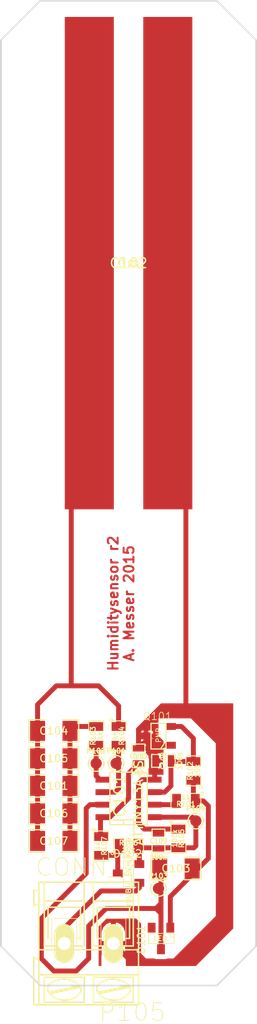
<source format=kicad_pcb>
(kicad_pcb (version 3) (host pcbnew "(22-Jun-2014 BZR 4027)-stable")

  (general
    (links 43)
    (no_connects 0)
    (area 31.58131 24.924999 90.33869 116.75745)
    (thickness 1.6)
    (drawings 18)
    (tracks 128)
    (zones 0)
    (modules 26)
    (nets 14)
  )

  (page A4)
  (layers
    (15 F.Cu signal)
    (0 B.Cu signal)
    (16 B.Adhes user)
    (17 F.Adhes user)
    (18 B.Paste user)
    (19 F.Paste user)
    (20 B.SilkS user)
    (21 F.SilkS user)
    (22 B.Mask user)
    (23 F.Mask user)
    (24 Dwgs.User user)
    (25 Cmts.User user)
    (26 Eco1.User user)
    (27 Eco2.User user)
    (28 Edge.Cuts user)
  )

  (setup
    (last_trace_width 0.5)
    (user_trace_width 0.5)
    (user_trace_width 0.7)
    (trace_clearance 0.254)
    (zone_clearance 0.5)
    (zone_45_only no)
    (trace_min 0.254)
    (segment_width 0.2)
    (edge_width 0.15)
    (via_size 0.889)
    (via_drill 0.635)
    (via_min_size 0.889)
    (via_min_drill 0.508)
    (uvia_size 0.508)
    (uvia_drill 0.127)
    (uvias_allowed no)
    (uvia_min_size 0.508)
    (uvia_min_drill 0.127)
    (pcb_text_width 0.3)
    (pcb_text_size 1 1)
    (mod_edge_width 0.15)
    (mod_text_size 1 1)
    (mod_text_width 0.15)
    (pad_size 1.143 1.143)
    (pad_drill 0)
    (pad_to_mask_clearance 0)
    (aux_axis_origin 0 0)
    (visible_elements FFFFFF8F)
    (pcbplotparams
      (layerselection 2097152)
      (usegerberextensions false)
      (excludeedgelayer false)
      (linewidth 0.020000)
      (plotframeref false)
      (viasonmask false)
      (mode 1)
      (useauxorigin false)
      (hpglpennumber 1)
      (hpglpenspeed 20)
      (hpglpendiameter 15)
      (hpglpenoverlay 2)
      (psnegative false)
      (psa4output false)
      (plotreference true)
      (plotvalue false)
      (plotothertext true)
      (plotinvisibletext false)
      (padsonsilk false)
      (subtractmaskfromsilk false)
      (outputformat 5)
      (mirror false)
      (drillshape 1)
      (scaleselection 1)
      (outputdirectory ""))
  )

  (net 0 "")
  (net 1 GND)
  (net 2 N-000001)
  (net 3 N-0000010)
  (net 4 N-0000011)
  (net 5 N-0000012)
  (net 6 N-0000013)
  (net 7 N-0000014)
  (net 8 N-000002)
  (net 9 N-000003)
  (net 10 N-000006)
  (net 11 N-000007)
  (net 12 N-000008)
  (net 13 VCC)

  (net_class Default "Dies ist die voreingestellte Netzklasse."
    (clearance 0.254)
    (trace_width 0.254)
    (via_dia 0.889)
    (via_drill 0.635)
    (uvia_dia 0.508)
    (uvia_drill 0.127)
    (add_net "")
    (add_net GND)
    (add_net N-000001)
    (add_net N-0000010)
    (add_net N-0000011)
    (add_net N-0000012)
    (add_net N-0000013)
    (add_net N-0000014)
    (add_net N-000002)
    (add_net N-000003)
    (add_net N-000006)
    (add_net N-000007)
    (add_net N-000008)
    (add_net VCC)
  )

  (module PINTST (layer F.Cu) (tedit 555726E6) (tstamp 55327FC9)
    (at 57.658 92.964)
    (descr "module 1 pin (ou trou mecanique de percage)")
    (tags DEV)
    (path /55426186)
    (fp_text reference P102 (at 0 -1.26746) (layer F.SilkS)
      (effects (font (size 0.508 0.508) (thickness 0.127)))
    )
    (fp_text value TST (at 0 1.27) (layer F.SilkS) hide
      (effects (font (size 0.508 0.508) (thickness 0.127)))
    )
    (fp_circle (center 0 0) (end -0.254 -0.762) (layer F.SilkS) (width 0.127))
    (pad 1 smd circle (at 0 0) (size 1.143 1.143)
      (layers F.Cu F.Paste F.Mask)
      (net 3 N-0000010)
    )
    (model pin_array/pin_array_1x1.wrl
      (at (xyz 0 0 0))
      (scale (xyz 1 1 1))
      (rotate (xyz 0 0 0))
    )
  )

  (module PINTST (layer F.Cu) (tedit 555726EE) (tstamp 55327FC0)
    (at 59.69 92.964)
    (descr "module 1 pin (ou trou mecanique de percage)")
    (tags DEV)
    (path /554261A0)
    (fp_text reference P101 (at 0 -1.26746) (layer F.SilkS)
      (effects (font (size 0.508 0.508) (thickness 0.127)))
    )
    (fp_text value TST (at 0 1.27) (layer F.SilkS) hide
      (effects (font (size 0.508 0.508) (thickness 0.127)))
    )
    (fp_circle (center 0 0) (end -0.254 -0.762) (layer F.SilkS) (width 0.127))
    (pad 1 smd circle (at 0 0) (size 1.143 1.143)
      (layers F.Cu F.Paste F.Mask)
      (net 4 N-0000011)
    )
    (model pin_array/pin_array_1x1.wrl
      (at (xyz 0 0 0))
      (scale (xyz 1 1 1))
      (rotate (xyz 0 0 0))
    )
  )

  (module SOT23_INV (layer F.Cu) (tedit 4ECF7A14) (tstamp 55425FAC)
    (at 64.008 90.17 90)
    (descr "SOT_23  PADS 1-2 inverted")
    (tags SOT23)
    (path /554258F0)
    (attr smd)
    (fp_text reference Q101 (at 1.99898 -0.09906 180) (layer F.SilkS)
      (effects (font (size 0.762 0.762) (thickness 0.0762)))
    )
    (fp_text value PNP (at 0.0635 0 90) (layer F.SilkS)
      (effects (font (size 0.50038 0.50038) (thickness 0.0762)))
    )
    (fp_line (start -0.508 0.762) (end -1.27 0.254) (layer F.SilkS) (width 0.127))
    (fp_line (start 1.27 0.762) (end -1.3335 0.762) (layer F.SilkS) (width 0.127))
    (fp_line (start -1.3335 0.762) (end -1.3335 -0.762) (layer F.SilkS) (width 0.127))
    (fp_line (start -1.3335 -0.762) (end 1.27 -0.762) (layer F.SilkS) (width 0.127))
    (fp_line (start 1.27 -0.762) (end 1.27 0.762) (layer F.SilkS) (width 0.127))
    (pad 3 smd rect (at 0 -1.27 90) (size 0.70104 1.00076)
      (layers F.Cu F.Paste F.Mask)
      (net 1 GND)
    )
    (pad 1 smd rect (at 0.9525 1.27 90) (size 0.70104 1.00076)
      (layers F.Cu F.Paste F.Mask)
      (net 9 N-000003)
    )
    (pad 2 smd rect (at -0.9525 1.27 90) (size 0.70104 1.00076)
      (layers F.Cu F.Paste F.Mask)
      (net 1 GND)
    )
    (model smd/SOT23_6.wrl
      (at (xyz 0 0 0))
      (scale (xyz 0.11 0.11 0.11))
      (rotate (xyz 0 0 -180))
    )
  )

  (module SOT23-SPECIAL (layer F.Cu) (tedit 5051A6A7) (tstamp 5557215D)
    (at 64.262 110.744 180)
    (descr "SZOT23 with PIN 2 and 3 swapped, for Diodes")
    (tags SOT23)
    (path /55425767)
    (attr smd)
    (fp_text reference D101 (at 1.99898 -0.09906 270) (layer F.SilkS)
      (effects (font (size 0.762 0.762) (thickness 0.11938)))
    )
    (fp_text value LED (at 0.0635 0 180) (layer F.SilkS)
      (effects (font (size 0.50038 0.50038) (thickness 0.09906)))
    )
    (fp_circle (center -1.12522 0.29972) (end -1.12522 0.50038) (layer F.SilkS) (width 0.07874))
    (fp_line (start 1.27 -0.508) (end 1.27 0.508) (layer F.SilkS) (width 0.07874))
    (fp_line (start -1.3335 -0.508) (end -1.3335 0.508) (layer F.SilkS) (width 0.07874))
    (fp_line (start 1.27 0.508) (end -1.3335 0.508) (layer F.SilkS) (width 0.07874))
    (fp_line (start -1.3335 -0.508) (end 1.27 -0.508) (layer F.SilkS) (width 0.07874))
    (pad 2 smd rect (at 0 -1.09982 180) (size 0.8001 1.00076)
      (layers F.Cu F.Paste F.Mask)
      (net 5 N-0000012)
    )
    (pad 3 smd rect (at 0.9525 1.09982 180) (size 0.8001 1.00076)
      (layers F.Cu F.Paste F.Mask)
    )
    (pad 1 smd rect (at -0.9525 1.09982 180) (size 0.8001 1.00076)
      (layers F.Cu F.Paste F.Mask)
      (net 2 N-000001)
    )
    (model smd\SOT23_3.wrl
      (at (xyz 0 0 0))
      (scale (xyz 0.4 0.4 0.4))
      (rotate (xyz 0 0 180))
    )
  )

  (module SOT23-SPECIAL (layer F.Cu) (tedit 5051A6A7) (tstamp 55425FC4)
    (at 60.96 104.14 90)
    (descr "SZOT23 with PIN 2 and 3 swapped, for Diodes")
    (tags SOT23)
    (path /55424D2A)
    (attr smd)
    (fp_text reference D102 (at 1.99898 -0.09906 180) (layer F.SilkS)
      (effects (font (size 0.762 0.762) (thickness 0.11938)))
    )
    (fp_text value DOUBLE_SCH_KCOM (at 0.0635 0 90) (layer F.SilkS)
      (effects (font (size 0.50038 0.50038) (thickness 0.09906)))
    )
    (fp_circle (center -1.12522 0.29972) (end -1.12522 0.50038) (layer F.SilkS) (width 0.07874))
    (fp_line (start 1.27 -0.508) (end 1.27 0.508) (layer F.SilkS) (width 0.07874))
    (fp_line (start -1.3335 -0.508) (end -1.3335 0.508) (layer F.SilkS) (width 0.07874))
    (fp_line (start 1.27 0.508) (end -1.3335 0.508) (layer F.SilkS) (width 0.07874))
    (fp_line (start -1.3335 -0.508) (end 1.27 -0.508) (layer F.SilkS) (width 0.07874))
    (pad 2 smd rect (at 0 -1.09982 90) (size 0.8001 1.00076)
      (layers F.Cu F.Paste F.Mask)
      (net 13 VCC)
    )
    (pad 3 smd rect (at 0.9525 1.09982 90) (size 0.8001 1.00076)
      (layers F.Cu F.Paste F.Mask)
      (net 11 N-000007)
    )
    (pad 1 smd rect (at -0.9525 1.09982 90) (size 0.8001 1.00076)
      (layers F.Cu F.Paste F.Mask)
      (net 10 N-000006)
    )
    (model smd\SOT23_3.wrl
      (at (xyz 0 0 0))
      (scale (xyz 0.4 0.4 0.4))
      (rotate (xyz 0 0 180))
    )
  )

  (module SO8E (layer F.Cu) (tedit 4F33A5C7) (tstamp 55425FD8)
    (at 60.96 96.52 90)
    (descr "module CMS SOJ 8 pins etroit")
    (tags "CMS SOJ")
    (path /5541189A)
    (attr smd)
    (fp_text reference IC101 (at 0 -0.889 90) (layer F.SilkS)
      (effects (font (size 1.143 1.143) (thickness 0.1524)))
    )
    (fp_text value ATTINY13A-SS (at 0 1.016 90) (layer F.SilkS)
      (effects (font (size 0.889 0.889) (thickness 0.1524)))
    )
    (fp_line (start -2.667 1.778) (end -2.667 1.905) (layer F.SilkS) (width 0.127))
    (fp_line (start -2.667 1.905) (end 2.667 1.905) (layer F.SilkS) (width 0.127))
    (fp_line (start 2.667 -1.905) (end -2.667 -1.905) (layer F.SilkS) (width 0.127))
    (fp_line (start -2.667 -1.905) (end -2.667 1.778) (layer F.SilkS) (width 0.127))
    (fp_line (start -2.667 -0.508) (end -2.159 -0.508) (layer F.SilkS) (width 0.127))
    (fp_line (start -2.159 -0.508) (end -2.159 0.508) (layer F.SilkS) (width 0.127))
    (fp_line (start -2.159 0.508) (end -2.667 0.508) (layer F.SilkS) (width 0.127))
    (fp_line (start 2.667 -1.905) (end 2.667 1.905) (layer F.SilkS) (width 0.127))
    (pad 8 smd rect (at -1.905 -2.667 90) (size 0.59944 1.39954)
      (layers F.Cu F.Paste F.Mask)
      (net 12 N-000008)
    )
    (pad 1 smd rect (at -1.905 2.667 90) (size 0.59944 1.39954)
      (layers F.Cu F.Paste F.Mask)
      (net 11 N-000007)
    )
    (pad 7 smd rect (at -0.635 -2.667 90) (size 0.59944 1.39954)
      (layers F.Cu F.Paste F.Mask)
      (net 5 N-0000012)
    )
    (pad 6 smd rect (at 0.635 -2.667 90) (size 0.59944 1.39954)
      (layers F.Cu F.Paste F.Mask)
      (net 4 N-0000011)
    )
    (pad 5 smd rect (at 1.905 -2.667 90) (size 0.59944 1.39954)
      (layers F.Cu F.Paste F.Mask)
      (net 3 N-0000010)
    )
    (pad 2 smd rect (at -0.635 2.667 90) (size 0.59944 1.39954)
      (layers F.Cu F.Paste F.Mask)
      (net 8 N-000002)
    )
    (pad 3 smd rect (at 0.635 2.667 90) (size 0.59944 1.39954)
      (layers F.Cu F.Paste F.Mask)
      (net 9 N-000003)
    )
    (pad 4 smd rect (at 1.905 2.667 90) (size 0.59944 1.39954)
      (layers F.Cu F.Paste F.Mask)
      (net 1 GND)
    )
    (model smd/cms_so8.wrl
      (at (xyz 0 0 0))
      (scale (xyz 0.5 0.32 0.5))
      (rotate (xyz 0 0 0))
    )
  )

  (module SM1206 (layer F.Cu) (tedit 42806E24) (tstamp 55571BC2)
    (at 65.786 103.632 180)
    (path /55425EEB)
    (attr smd)
    (fp_text reference C103 (at 0 0 180) (layer F.SilkS)
      (effects (font (size 0.762 0.762) (thickness 0.127)))
    )
    (fp_text value "2n2 NP0" (at 0 0 180) (layer F.SilkS) hide
      (effects (font (size 0.762 0.762) (thickness 0.127)))
    )
    (fp_line (start -2.54 -1.143) (end -2.54 1.143) (layer F.SilkS) (width 0.127))
    (fp_line (start -2.54 1.143) (end -0.889 1.143) (layer F.SilkS) (width 0.127))
    (fp_line (start 0.889 -1.143) (end 2.54 -1.143) (layer F.SilkS) (width 0.127))
    (fp_line (start 2.54 -1.143) (end 2.54 1.143) (layer F.SilkS) (width 0.127))
    (fp_line (start 2.54 1.143) (end 0.889 1.143) (layer F.SilkS) (width 0.127))
    (fp_line (start -0.889 -1.143) (end -2.54 -1.143) (layer F.SilkS) (width 0.127))
    (pad 1 smd rect (at -1.651 0 180) (size 1.524 2.032)
      (layers F.Cu F.Paste F.Mask)
      (net 2 N-000001)
    )
    (pad 2 smd rect (at 1.651 0 180) (size 1.524 2.032)
      (layers F.Cu F.Paste F.Mask)
      (net 5 N-0000012)
    )
    (model smd/chip_cms.wrl
      (at (xyz 0 0 0))
      (scale (xyz 0.17 0.16 0.16))
      (rotate (xyz 0 0 0))
    )
  )

  (module SM1206 (layer F.Cu) (tedit 42806E24) (tstamp 55425FF0)
    (at 53.34 100.838)
    (path /554118FB)
    (attr smd)
    (fp_text reference C107 (at 0 0) (layer F.SilkS)
      (effects (font (size 0.762 0.762) (thickness 0.127)))
    )
    (fp_text value "2n2 NP0" (at 0 0) (layer F.SilkS) hide
      (effects (font (size 0.762 0.762) (thickness 0.127)))
    )
    (fp_line (start -2.54 -1.143) (end -2.54 1.143) (layer F.SilkS) (width 0.127))
    (fp_line (start -2.54 1.143) (end -0.889 1.143) (layer F.SilkS) (width 0.127))
    (fp_line (start 0.889 -1.143) (end 2.54 -1.143) (layer F.SilkS) (width 0.127))
    (fp_line (start 2.54 -1.143) (end 2.54 1.143) (layer F.SilkS) (width 0.127))
    (fp_line (start 2.54 1.143) (end 0.889 1.143) (layer F.SilkS) (width 0.127))
    (fp_line (start -0.889 -1.143) (end -2.54 -1.143) (layer F.SilkS) (width 0.127))
    (pad 1 smd rect (at -1.651 0) (size 1.524 2.032)
      (layers F.Cu F.Paste F.Mask)
      (net 7 N-0000014)
    )
    (pad 2 smd rect (at 1.651 0) (size 1.524 2.032)
      (layers F.Cu F.Paste F.Mask)
      (net 6 N-0000013)
    )
    (model smd/chip_cms.wrl
      (at (xyz 0 0 0))
      (scale (xyz 0.17 0.16 0.16))
      (rotate (xyz 0 0 0))
    )
  )

  (module SM1206 (layer F.Cu) (tedit 42806E24) (tstamp 55425FFC)
    (at 53.34 98.044)
    (path /55411A14)
    (attr smd)
    (fp_text reference C106 (at 0 0) (layer F.SilkS)
      (effects (font (size 0.762 0.762) (thickness 0.127)))
    )
    (fp_text value "2n2 NP0" (at 0 0) (layer F.SilkS) hide
      (effects (font (size 0.762 0.762) (thickness 0.127)))
    )
    (fp_line (start -2.54 -1.143) (end -2.54 1.143) (layer F.SilkS) (width 0.127))
    (fp_line (start -2.54 1.143) (end -0.889 1.143) (layer F.SilkS) (width 0.127))
    (fp_line (start 0.889 -1.143) (end 2.54 -1.143) (layer F.SilkS) (width 0.127))
    (fp_line (start 2.54 -1.143) (end 2.54 1.143) (layer F.SilkS) (width 0.127))
    (fp_line (start 2.54 1.143) (end 0.889 1.143) (layer F.SilkS) (width 0.127))
    (fp_line (start -0.889 -1.143) (end -2.54 -1.143) (layer F.SilkS) (width 0.127))
    (pad 1 smd rect (at -1.651 0) (size 1.524 2.032)
      (layers F.Cu F.Paste F.Mask)
      (net 7 N-0000014)
    )
    (pad 2 smd rect (at 1.651 0) (size 1.524 2.032)
      (layers F.Cu F.Paste F.Mask)
      (net 6 N-0000013)
    )
    (model smd/chip_cms.wrl
      (at (xyz 0 0 0))
      (scale (xyz 0.17 0.16 0.16))
      (rotate (xyz 0 0 0))
    )
  )

  (module SM1206 (layer F.Cu) (tedit 42806E24) (tstamp 55426008)
    (at 53.34 92.456)
    (path /55411A1A)
    (attr smd)
    (fp_text reference C105 (at 0 0) (layer F.SilkS)
      (effects (font (size 0.762 0.762) (thickness 0.127)))
    )
    (fp_text value "2n2 NP0" (at 0 0) (layer F.SilkS) hide
      (effects (font (size 0.762 0.762) (thickness 0.127)))
    )
    (fp_line (start -2.54 -1.143) (end -2.54 1.143) (layer F.SilkS) (width 0.127))
    (fp_line (start -2.54 1.143) (end -0.889 1.143) (layer F.SilkS) (width 0.127))
    (fp_line (start 0.889 -1.143) (end 2.54 -1.143) (layer F.SilkS) (width 0.127))
    (fp_line (start 2.54 -1.143) (end 2.54 1.143) (layer F.SilkS) (width 0.127))
    (fp_line (start 2.54 1.143) (end 0.889 1.143) (layer F.SilkS) (width 0.127))
    (fp_line (start -0.889 -1.143) (end -2.54 -1.143) (layer F.SilkS) (width 0.127))
    (pad 1 smd rect (at -1.651 0) (size 1.524 2.032)
      (layers F.Cu F.Paste F.Mask)
      (net 7 N-0000014)
    )
    (pad 2 smd rect (at 1.651 0) (size 1.524 2.032)
      (layers F.Cu F.Paste F.Mask)
      (net 6 N-0000013)
    )
    (model smd/chip_cms.wrl
      (at (xyz 0 0 0))
      (scale (xyz 0.17 0.16 0.16))
      (rotate (xyz 0 0 0))
    )
  )

  (module SM1206 (layer F.Cu) (tedit 42806E24) (tstamp 55426014)
    (at 53.34 89.662)
    (path /55411A20)
    (attr smd)
    (fp_text reference C104 (at 0 0) (layer F.SilkS)
      (effects (font (size 0.762 0.762) (thickness 0.127)))
    )
    (fp_text value "2n2 NP0" (at 0 0) (layer F.SilkS) hide
      (effects (font (size 0.762 0.762) (thickness 0.127)))
    )
    (fp_line (start -2.54 -1.143) (end -2.54 1.143) (layer F.SilkS) (width 0.127))
    (fp_line (start -2.54 1.143) (end -0.889 1.143) (layer F.SilkS) (width 0.127))
    (fp_line (start 0.889 -1.143) (end 2.54 -1.143) (layer F.SilkS) (width 0.127))
    (fp_line (start 2.54 -1.143) (end 2.54 1.143) (layer F.SilkS) (width 0.127))
    (fp_line (start 2.54 1.143) (end 0.889 1.143) (layer F.SilkS) (width 0.127))
    (fp_line (start -0.889 -1.143) (end -2.54 -1.143) (layer F.SilkS) (width 0.127))
    (pad 1 smd rect (at -1.651 0) (size 1.524 2.032)
      (layers F.Cu F.Paste F.Mask)
      (net 7 N-0000014)
    )
    (pad 2 smd rect (at 1.651 0) (size 1.524 2.032)
      (layers F.Cu F.Paste F.Mask)
      (net 6 N-0000013)
    )
    (model smd/chip_cms.wrl
      (at (xyz 0 0 0))
      (scale (xyz 0.17 0.16 0.16))
      (rotate (xyz 0 0 0))
    )
  )

  (module SM0805 (layer F.Cu) (tedit 5091495C) (tstamp 55426021)
    (at 60.96 101.346)
    (path /55411BC0)
    (attr smd)
    (fp_text reference R106 (at 0 -0.3175) (layer F.SilkS)
      (effects (font (size 0.50038 0.50038) (thickness 0.10922)))
    )
    (fp_text value 10k (at 0 0.381) (layer F.SilkS)
      (effects (font (size 0.50038 0.50038) (thickness 0.10922)))
    )
    (fp_circle (center -1.651 0.762) (end -1.651 0.635) (layer F.SilkS) (width 0.09906))
    (fp_line (start -0.508 0.762) (end -1.524 0.762) (layer F.SilkS) (width 0.09906))
    (fp_line (start -1.524 0.762) (end -1.524 -0.762) (layer F.SilkS) (width 0.09906))
    (fp_line (start -1.524 -0.762) (end -0.508 -0.762) (layer F.SilkS) (width 0.09906))
    (fp_line (start 0.508 -0.762) (end 1.524 -0.762) (layer F.SilkS) (width 0.09906))
    (fp_line (start 1.524 -0.762) (end 1.524 0.762) (layer F.SilkS) (width 0.09906))
    (fp_line (start 1.524 0.762) (end 0.508 0.762) (layer F.SilkS) (width 0.09906))
    (pad 1 smd rect (at -0.9525 0) (size 0.889 1.397)
      (layers F.Cu F.Paste F.Mask)
      (net 13 VCC)
    )
    (pad 2 smd rect (at 0.9525 0) (size 0.889 1.397)
      (layers F.Cu F.Paste F.Mask)
      (net 11 N-000007)
    )
    (model smd/chip_cms.wrl
      (at (xyz 0 0 0))
      (scale (xyz 0.1 0.1 0.1))
      (rotate (xyz 0 0 0))
    )
  )

  (module SM0805 (layer F.Cu) (tedit 5091495C) (tstamp 5542602E)
    (at 67.564 93.726 90)
    (path /554258E8)
    (attr smd)
    (fp_text reference R102 (at 0 -0.3175 90) (layer F.SilkS)
      (effects (font (size 0.50038 0.50038) (thickness 0.10922)))
    )
    (fp_text value 10k (at 0 0.381 90) (layer F.SilkS)
      (effects (font (size 0.50038 0.50038) (thickness 0.10922)))
    )
    (fp_circle (center -1.651 0.762) (end -1.651 0.635) (layer F.SilkS) (width 0.09906))
    (fp_line (start -0.508 0.762) (end -1.524 0.762) (layer F.SilkS) (width 0.09906))
    (fp_line (start -1.524 0.762) (end -1.524 -0.762) (layer F.SilkS) (width 0.09906))
    (fp_line (start -1.524 -0.762) (end -0.508 -0.762) (layer F.SilkS) (width 0.09906))
    (fp_line (start 0.508 -0.762) (end 1.524 -0.762) (layer F.SilkS) (width 0.09906))
    (fp_line (start 1.524 -0.762) (end 1.524 0.762) (layer F.SilkS) (width 0.09906))
    (fp_line (start 1.524 0.762) (end 0.508 0.762) (layer F.SilkS) (width 0.09906))
    (pad 1 smd rect (at -0.9525 0 90) (size 0.889 1.397)
      (layers F.Cu F.Paste F.Mask)
      (net 2 N-000001)
    )
    (pad 2 smd rect (at 0.9525 0 90) (size 0.889 1.397)
      (layers F.Cu F.Paste F.Mask)
      (net 9 N-000003)
    )
    (model smd/chip_cms.wrl
      (at (xyz 0 0 0))
      (scale (xyz 0.1 0.1 0.1))
      (rotate (xyz 0 0 0))
    )
  )

  (module SM0805 (layer F.Cu) (tedit 5091495C) (tstamp 55571BB5)
    (at 66.802 96.774 180)
    (path /55425774)
    (attr smd)
    (fp_text reference R101 (at 0 -0.3175 180) (layer F.SilkS)
      (effects (font (size 0.50038 0.50038) (thickness 0.10922)))
    )
    (fp_text value 1k (at 0 0.381 180) (layer F.SilkS)
      (effects (font (size 0.50038 0.50038) (thickness 0.10922)))
    )
    (fp_circle (center -1.651 0.762) (end -1.651 0.635) (layer F.SilkS) (width 0.09906))
    (fp_line (start -0.508 0.762) (end -1.524 0.762) (layer F.SilkS) (width 0.09906))
    (fp_line (start -1.524 0.762) (end -1.524 -0.762) (layer F.SilkS) (width 0.09906))
    (fp_line (start -1.524 -0.762) (end -0.508 -0.762) (layer F.SilkS) (width 0.09906))
    (fp_line (start 0.508 -0.762) (end 1.524 -0.762) (layer F.SilkS) (width 0.09906))
    (fp_line (start 1.524 -0.762) (end 1.524 0.762) (layer F.SilkS) (width 0.09906))
    (fp_line (start 1.524 0.762) (end 0.508 0.762) (layer F.SilkS) (width 0.09906))
    (pad 1 smd rect (at -0.9525 0 180) (size 0.889 1.397)
      (layers F.Cu F.Paste F.Mask)
      (net 2 N-000001)
    )
    (pad 2 smd rect (at 0.9525 0 180) (size 0.889 1.397)
      (layers F.Cu F.Paste F.Mask)
      (net 8 N-000002)
    )
    (model smd/chip_cms.wrl
      (at (xyz 0 0 0))
      (scale (xyz 0.1 0.1 0.1))
      (rotate (xyz 0 0 0))
    )
  )

  (module SM0805 (layer F.Cu) (tedit 5091495C) (tstamp 55426048)
    (at 58.166 101.346 270)
    (path /554122CE)
    (attr smd)
    (fp_text reference R107 (at 0 -0.3175 270) (layer F.SilkS)
      (effects (font (size 0.50038 0.50038) (thickness 0.10922)))
    )
    (fp_text value 1k (at 0 0.381 270) (layer F.SilkS)
      (effects (font (size 0.50038 0.50038) (thickness 0.10922)))
    )
    (fp_circle (center -1.651 0.762) (end -1.651 0.635) (layer F.SilkS) (width 0.09906))
    (fp_line (start -0.508 0.762) (end -1.524 0.762) (layer F.SilkS) (width 0.09906))
    (fp_line (start -1.524 0.762) (end -1.524 -0.762) (layer F.SilkS) (width 0.09906))
    (fp_line (start -1.524 -0.762) (end -0.508 -0.762) (layer F.SilkS) (width 0.09906))
    (fp_line (start 0.508 -0.762) (end 1.524 -0.762) (layer F.SilkS) (width 0.09906))
    (fp_line (start 1.524 -0.762) (end 1.524 0.762) (layer F.SilkS) (width 0.09906))
    (fp_line (start 1.524 0.762) (end 0.508 0.762) (layer F.SilkS) (width 0.09906))
    (pad 1 smd rect (at -0.9525 0 270) (size 0.889 1.397)
      (layers F.Cu F.Paste F.Mask)
      (net 12 N-000008)
    )
    (pad 2 smd rect (at 0.9525 0 270) (size 0.889 1.397)
      (layers F.Cu F.Paste F.Mask)
      (net 13 VCC)
    )
    (model smd/chip_cms.wrl
      (at (xyz 0 0 0))
      (scale (xyz 0.1 0.1 0.1))
      (rotate (xyz 0 0 0))
    )
  )

  (module SM0805 (layer F.Cu) (tedit 5091495C) (tstamp 5557157D)
    (at 57.658 90.17 90)
    (path /55411930)
    (attr smd)
    (fp_text reference R103 (at 0 -0.3175 90) (layer F.SilkS)
      (effects (font (size 0.50038 0.50038) (thickness 0.10922)))
    )
    (fp_text value 1k (at 0 0.381 90) (layer F.SilkS)
      (effects (font (size 0.50038 0.50038) (thickness 0.10922)))
    )
    (fp_circle (center -1.651 0.762) (end -1.651 0.635) (layer F.SilkS) (width 0.09906))
    (fp_line (start -0.508 0.762) (end -1.524 0.762) (layer F.SilkS) (width 0.09906))
    (fp_line (start -1.524 0.762) (end -1.524 -0.762) (layer F.SilkS) (width 0.09906))
    (fp_line (start -1.524 -0.762) (end -0.508 -0.762) (layer F.SilkS) (width 0.09906))
    (fp_line (start 0.508 -0.762) (end 1.524 -0.762) (layer F.SilkS) (width 0.09906))
    (fp_line (start 1.524 -0.762) (end 1.524 0.762) (layer F.SilkS) (width 0.09906))
    (fp_line (start 1.524 0.762) (end 0.508 0.762) (layer F.SilkS) (width 0.09906))
    (pad 1 smd rect (at -0.9525 0 90) (size 0.889 1.397)
      (layers F.Cu F.Paste F.Mask)
      (net 3 N-0000010)
    )
    (pad 2 smd rect (at 0.9525 0 90) (size 0.889 1.397)
      (layers F.Cu F.Paste F.Mask)
      (net 6 N-0000013)
    )
    (model smd/chip_cms.wrl
      (at (xyz 0 0 0))
      (scale (xyz 0.1 0.1 0.1))
      (rotate (xyz 0 0 0))
    )
  )

  (module SM0805 (layer F.Cu) (tedit 5091495C) (tstamp 5557156F)
    (at 59.944 90.17 270)
    (path /5541191A)
    (attr smd)
    (fp_text reference R104 (at 0 -0.3175 270) (layer F.SilkS)
      (effects (font (size 0.50038 0.50038) (thickness 0.10922)))
    )
    (fp_text value 1k (at 0 0.381 270) (layer F.SilkS)
      (effects (font (size 0.50038 0.50038) (thickness 0.10922)))
    )
    (fp_circle (center -1.651 0.762) (end -1.651 0.635) (layer F.SilkS) (width 0.09906))
    (fp_line (start -0.508 0.762) (end -1.524 0.762) (layer F.SilkS) (width 0.09906))
    (fp_line (start -1.524 0.762) (end -1.524 -0.762) (layer F.SilkS) (width 0.09906))
    (fp_line (start -1.524 -0.762) (end -0.508 -0.762) (layer F.SilkS) (width 0.09906))
    (fp_line (start 0.508 -0.762) (end 1.524 -0.762) (layer F.SilkS) (width 0.09906))
    (fp_line (start 1.524 -0.762) (end 1.524 0.762) (layer F.SilkS) (width 0.09906))
    (fp_line (start 1.524 0.762) (end 0.508 0.762) (layer F.SilkS) (width 0.09906))
    (pad 1 smd rect (at -0.9525 0 270) (size 0.889 1.397)
      (layers F.Cu F.Paste F.Mask)
      (net 7 N-0000014)
    )
    (pad 2 smd rect (at 0.9525 0 270) (size 0.889 1.397)
      (layers F.Cu F.Paste F.Mask)
      (net 4 N-0000011)
    )
    (model smd/chip_cms.wrl
      (at (xyz 0 0 0))
      (scale (xyz 0.1 0.1 0.1))
      (rotate (xyz 0 0 0))
    )
  )

  (module SM0805 (layer F.Cu) (tedit 5091495C) (tstamp 5542606F)
    (at 66.04 100.584 270)
    (path /55411908)
    (attr smd)
    (fp_text reference R105 (at 0 -0.3175 270) (layer F.SilkS)
      (effects (font (size 0.50038 0.50038) (thickness 0.10922)))
    )
    (fp_text value 100k (at 0 0.381 270) (layer F.SilkS)
      (effects (font (size 0.50038 0.50038) (thickness 0.10922)))
    )
    (fp_circle (center -1.651 0.762) (end -1.651 0.635) (layer F.SilkS) (width 0.09906))
    (fp_line (start -0.508 0.762) (end -1.524 0.762) (layer F.SilkS) (width 0.09906))
    (fp_line (start -1.524 0.762) (end -1.524 -0.762) (layer F.SilkS) (width 0.09906))
    (fp_line (start -1.524 -0.762) (end -0.508 -0.762) (layer F.SilkS) (width 0.09906))
    (fp_line (start 0.508 -0.762) (end 1.524 -0.762) (layer F.SilkS) (width 0.09906))
    (fp_line (start 1.524 -0.762) (end 1.524 0.762) (layer F.SilkS) (width 0.09906))
    (fp_line (start 1.524 0.762) (end 0.508 0.762) (layer F.SilkS) (width 0.09906))
    (pad 1 smd rect (at -0.9525 0 270) (size 0.889 1.397)
      (layers F.Cu F.Paste F.Mask)
      (net 1 GND)
    )
    (pad 2 smd rect (at 0.9525 0 270) (size 0.889 1.397)
      (layers F.Cu F.Paste F.Mask)
      (net 11 N-000007)
    )
    (model smd/chip_cms.wrl
      (at (xyz 0 0 0))
      (scale (xyz 0.1 0.1 0.1))
      (rotate (xyz 0 0 0))
    )
  )

  (module SM0603_Capa (layer F.Cu) (tedit 5051B1EC) (tstamp 55426C3D)
    (at 64.008 100.838 90)
    (path /55424D64)
    (attr smd)
    (fp_text reference C109 (at 0 0 180) (layer F.SilkS)
      (effects (font (size 0.508 0.4572) (thickness 0.1143)))
    )
    (fp_text value 100n (at -1.651 0 180) (layer F.SilkS)
      (effects (font (size 0.508 0.4572) (thickness 0.1143)))
    )
    (fp_line (start 0.50038 0.65024) (end 1.19888 0.65024) (layer F.SilkS) (width 0.11938))
    (fp_line (start -0.50038 0.65024) (end -1.19888 0.65024) (layer F.SilkS) (width 0.11938))
    (fp_line (start 0.50038 -0.65024) (end 1.19888 -0.65024) (layer F.SilkS) (width 0.11938))
    (fp_line (start -1.19888 -0.65024) (end -0.50038 -0.65024) (layer F.SilkS) (width 0.11938))
    (fp_line (start 1.19888 -0.635) (end 1.19888 0.635) (layer F.SilkS) (width 0.11938))
    (fp_line (start -1.19888 0.635) (end -1.19888 -0.635) (layer F.SilkS) (width 0.11938))
    (pad 1 smd rect (at -0.762 0 90) (size 0.635 1.143)
      (layers F.Cu F.Paste F.Mask)
      (net 11 N-000007)
    )
    (pad 2 smd rect (at 0.762 0 90) (size 0.635 1.143)
      (layers F.Cu F.Paste F.Mask)
      (net 1 GND)
    )
    (model smd\capacitors\C0603.wrl
      (at (xyz 0 0 0.001))
      (scale (xyz 0.5 0.5 0.5))
      (rotate (xyz 0 0 0))
    )
  )

  (module SM0603_Capa (layer F.Cu) (tedit 5051B1EC) (tstamp 55426087)
    (at 64.516 92.71 180)
    (path /554258FD)
    (attr smd)
    (fp_text reference C108 (at 0 0 270) (layer F.SilkS)
      (effects (font (size 0.508 0.4572) (thickness 0.1143)))
    )
    (fp_text value 100n (at -1.651 0 270) (layer F.SilkS)
      (effects (font (size 0.508 0.4572) (thickness 0.1143)))
    )
    (fp_line (start 0.50038 0.65024) (end 1.19888 0.65024) (layer F.SilkS) (width 0.11938))
    (fp_line (start -0.50038 0.65024) (end -1.19888 0.65024) (layer F.SilkS) (width 0.11938))
    (fp_line (start 0.50038 -0.65024) (end 1.19888 -0.65024) (layer F.SilkS) (width 0.11938))
    (fp_line (start -1.19888 -0.65024) (end -0.50038 -0.65024) (layer F.SilkS) (width 0.11938))
    (fp_line (start 1.19888 -0.635) (end 1.19888 0.635) (layer F.SilkS) (width 0.11938))
    (fp_line (start -1.19888 0.635) (end -1.19888 -0.635) (layer F.SilkS) (width 0.11938))
    (pad 1 smd rect (at -0.762 0 180) (size 0.635 1.143)
      (layers F.Cu F.Paste F.Mask)
      (net 9 N-000003)
    )
    (pad 2 smd rect (at 0.762 0 180) (size 0.635 1.143)
      (layers F.Cu F.Paste F.Mask)
      (net 1 GND)
    )
    (model smd\capacitors\C0603.wrl
      (at (xyz 0 0 0.001))
      (scale (xyz 0.5 0.5 0.5))
      (rotate (xyz 0 0 0))
    )
  )

  (module SM0603_Capa (layer F.Cu) (tedit 5051B1EC) (tstamp 55426C4A)
    (at 61.976 92.202 90)
    (path /554118D7)
    (attr smd)
    (fp_text reference C110 (at 0 0 180) (layer F.SilkS)
      (effects (font (size 0.508 0.4572) (thickness 0.1143)))
    )
    (fp_text value 100n (at -1.651 0 180) (layer F.SilkS)
      (effects (font (size 0.508 0.4572) (thickness 0.1143)))
    )
    (fp_line (start 0.50038 0.65024) (end 1.19888 0.65024) (layer F.SilkS) (width 0.11938))
    (fp_line (start -0.50038 0.65024) (end -1.19888 0.65024) (layer F.SilkS) (width 0.11938))
    (fp_line (start 0.50038 -0.65024) (end 1.19888 -0.65024) (layer F.SilkS) (width 0.11938))
    (fp_line (start -1.19888 -0.65024) (end -0.50038 -0.65024) (layer F.SilkS) (width 0.11938))
    (fp_line (start 1.19888 -0.635) (end 1.19888 0.635) (layer F.SilkS) (width 0.11938))
    (fp_line (start -1.19888 0.635) (end -1.19888 -0.635) (layer F.SilkS) (width 0.11938))
    (pad 1 smd rect (at -0.762 0 90) (size 0.635 1.143)
      (layers F.Cu F.Paste F.Mask)
      (net 12 N-000008)
    )
    (pad 2 smd rect (at 0.762 0 90) (size 0.635 1.143)
      (layers F.Cu F.Paste F.Mask)
      (net 1 GND)
    )
    (model smd\capacitors\C0603.wrl
      (at (xyz 0 0 0.001))
      (scale (xyz 0.5 0.5 0.5))
      (rotate (xyz 0 0 0))
    )
  )

  (module capsensor_5x50 (layer F.Cu) (tedit 55327F19) (tstamp 55426550)
    (at 60.96 42.164)
    (path /55411982)
    (fp_text reference C102 (at 0 0) (layer F.SilkS)
      (effects (font (size 1 1) (thickness 0.15)))
    )
    (fp_text value Cm (at 0 0) (layer F.SilkS)
      (effects (font (size 1 1) (thickness 0.15)))
    )
    (pad 1 smd rect (at -4 0) (size 5 50)
      (layers F.Cu F.Paste F.Mask)
      (net 7 N-0000014)
    )
    (pad 2 smd rect (at 4 0) (size 5 50)
      (layers F.Cu F.Paste F.Mask)
      (net 1 GND)
    )
  )

  (module AK300-2 (layer F.Cu) (tedit 4C5EE07C) (tstamp 5557208B)
    (at 56.896 111.252 180)
    (descr CONNECTOR)
    (tags CONNECTOR)
    (path /55411FEB)
    (attr virtual)
    (fp_text reference P105 (at -4.445 -6.985 180) (layer F.SilkS)
      (effects (font (size 1.778 1.778) (thickness 0.0889)))
    )
    (fp_text value CONN_2 (at 0.254 7.747 180) (layer F.SilkS)
      (effects (font (size 1.778 1.778) (thickness 0.0889)))
    )
    (fp_line (start -3.7846 2.54) (end -1.2446 2.54) (layer F.SilkS) (width 0.06604))
    (fp_line (start -1.2446 2.54) (end -1.2446 -0.254) (layer F.SilkS) (width 0.06604))
    (fp_line (start -3.7846 -0.254) (end -1.2446 -0.254) (layer F.SilkS) (width 0.06604))
    (fp_line (start -3.7846 2.54) (end -3.7846 -0.254) (layer F.SilkS) (width 0.06604))
    (fp_line (start 1.2192 2.54) (end 3.7592 2.54) (layer F.SilkS) (width 0.06604))
    (fp_line (start 3.7592 2.54) (end 3.7592 -0.254) (layer F.SilkS) (width 0.06604))
    (fp_line (start 1.2192 -0.254) (end 3.7592 -0.254) (layer F.SilkS) (width 0.06604))
    (fp_line (start 1.2192 2.54) (end 1.2192 -0.254) (layer F.SilkS) (width 0.06604))
    (fp_line (start 5.08 -6.223) (end 5.08 -3.175) (layer F.SilkS) (width 0.1524))
    (fp_line (start 5.08 -6.223) (end -5.08 -6.223) (layer F.SilkS) (width 0.1524))
    (fp_line (start 5.08 -6.223) (end 5.588 -6.223) (layer F.SilkS) (width 0.1524))
    (fp_line (start 5.588 -6.223) (end 5.588 -1.397) (layer F.SilkS) (width 0.1524))
    (fp_line (start 5.588 -1.397) (end 5.08 -1.651) (layer F.SilkS) (width 0.1524))
    (fp_line (start 5.588 5.461) (end 5.08 5.207) (layer F.SilkS) (width 0.1524))
    (fp_line (start 5.08 5.207) (end 5.08 6.223) (layer F.SilkS) (width 0.1524))
    (fp_line (start 5.588 3.81) (end 5.08 4.064) (layer F.SilkS) (width 0.1524))
    (fp_line (start 5.08 4.064) (end 5.08 5.207) (layer F.SilkS) (width 0.1524))
    (fp_line (start 5.588 3.81) (end 5.588 5.461) (layer F.SilkS) (width 0.1524))
    (fp_line (start 0.4572 6.223) (end 0.4572 4.318) (layer F.SilkS) (width 0.1524))
    (fp_line (start 4.5212 -0.254) (end 4.5212 4.318) (layer F.SilkS) (width 0.1524))
    (fp_line (start 0.4572 6.223) (end 4.5212 6.223) (layer F.SilkS) (width 0.1524))
    (fp_line (start 4.5212 6.223) (end 5.08 6.223) (layer F.SilkS) (width 0.1524))
    (fp_line (start -0.4826 6.223) (end -0.4826 4.318) (layer F.SilkS) (width 0.1524))
    (fp_line (start -0.4826 6.223) (end 0.4572 6.223) (layer F.SilkS) (width 0.1524))
    (fp_line (start -4.5466 -0.254) (end -4.5466 4.318) (layer F.SilkS) (width 0.1524))
    (fp_line (start -5.08 6.223) (end -4.5466 6.223) (layer F.SilkS) (width 0.1524))
    (fp_line (start -4.5466 6.223) (end -0.4826 6.223) (layer F.SilkS) (width 0.1524))
    (fp_line (start 0.4572 4.318) (end 4.5212 4.318) (layer F.SilkS) (width 0.1524))
    (fp_line (start 0.4572 4.318) (end 0.4572 -0.254) (layer F.SilkS) (width 0.1524))
    (fp_line (start 4.5212 4.318) (end 4.5212 6.223) (layer F.SilkS) (width 0.1524))
    (fp_line (start -0.4826 4.318) (end -4.5466 4.318) (layer F.SilkS) (width 0.1524))
    (fp_line (start -0.4826 4.318) (end -0.4826 -0.254) (layer F.SilkS) (width 0.1524))
    (fp_line (start -4.5466 4.318) (end -4.5466 6.223) (layer F.SilkS) (width 0.1524))
    (fp_line (start 4.1402 3.683) (end 4.1402 0.508) (layer F.SilkS) (width 0.1524))
    (fp_line (start 4.1402 3.683) (end 0.8382 3.683) (layer F.SilkS) (width 0.1524))
    (fp_line (start 0.8382 3.683) (end 0.8382 0.508) (layer F.SilkS) (width 0.1524))
    (fp_line (start -0.8636 3.683) (end -0.8636 0.508) (layer F.SilkS) (width 0.1524))
    (fp_line (start -0.8636 3.683) (end -4.1656 3.683) (layer F.SilkS) (width 0.1524))
    (fp_line (start -4.1656 3.683) (end -4.1656 0.508) (layer F.SilkS) (width 0.1524))
    (fp_line (start -4.1656 0.508) (end -3.7846 0.508) (layer F.SilkS) (width 0.1524))
    (fp_line (start -0.8636 0.508) (end -1.2446 0.508) (layer F.SilkS) (width 0.1524))
    (fp_line (start 0.8382 0.508) (end 1.2192 0.508) (layer F.SilkS) (width 0.1524))
    (fp_line (start 4.1402 0.508) (end 3.7592 0.508) (layer F.SilkS) (width 0.1524))
    (fp_line (start -5.08 6.223) (end -5.08 -0.635) (layer F.SilkS) (width 0.1524))
    (fp_line (start -5.08 -0.635) (end -5.08 -3.175) (layer F.SilkS) (width 0.1524))
    (fp_line (start 5.08 -1.651) (end 5.08 -0.635) (layer F.SilkS) (width 0.1524))
    (fp_line (start 5.08 -0.635) (end 5.08 4.064) (layer F.SilkS) (width 0.1524))
    (fp_line (start -5.08 -3.175) (end 5.08 -3.175) (layer F.SilkS) (width 0.1524))
    (fp_line (start -5.08 -3.175) (end -5.08 -6.223) (layer F.SilkS) (width 0.1524))
    (fp_line (start 5.08 -3.175) (end 5.08 -1.651) (layer F.SilkS) (width 0.1524))
    (fp_line (start 0.4572 -3.429) (end 0.4572 -5.969) (layer F.SilkS) (width 0.1524))
    (fp_line (start 0.4572 -5.969) (end 4.5212 -5.969) (layer F.SilkS) (width 0.1524))
    (fp_line (start 4.5212 -5.969) (end 4.5212 -3.429) (layer F.SilkS) (width 0.1524))
    (fp_line (start 4.5212 -3.429) (end 0.4572 -3.429) (layer F.SilkS) (width 0.1524))
    (fp_line (start -0.4826 -3.429) (end -0.4826 -5.969) (layer F.SilkS) (width 0.1524))
    (fp_line (start -0.4826 -3.429) (end -4.5466 -3.429) (layer F.SilkS) (width 0.1524))
    (fp_line (start -4.5466 -3.429) (end -4.5466 -5.969) (layer F.SilkS) (width 0.1524))
    (fp_line (start -0.4826 -5.969) (end -4.5466 -5.969) (layer F.SilkS) (width 0.1524))
    (fp_line (start 0.8636 -4.445) (end 3.9116 -5.08) (layer F.SilkS) (width 0.1524))
    (fp_line (start 0.9906 -4.318) (end 4.0386 -4.953) (layer F.SilkS) (width 0.1524))
    (fp_line (start -4.1402 -4.445) (end -1.08966 -5.08) (layer F.SilkS) (width 0.1524))
    (fp_line (start -4.0132 -4.318) (end -0.9652 -4.953) (layer F.SilkS) (width 0.1524))
    (fp_line (start -4.5466 -0.254) (end -4.1656 -0.254) (layer F.SilkS) (width 0.1524))
    (fp_line (start -0.4826 -0.254) (end -0.8636 -0.254) (layer F.SilkS) (width 0.1524))
    (fp_line (start -0.8636 -0.254) (end -4.1656 -0.254) (layer F.SilkS) (width 0.1524))
    (fp_line (start -5.08 -0.635) (end -4.1656 -0.635) (layer F.SilkS) (width 0.1524))
    (fp_line (start -4.1656 -0.635) (end -0.8636 -0.635) (layer F.SilkS) (width 0.1524))
    (fp_line (start -0.8636 -0.635) (end 0.8382 -0.635) (layer F.SilkS) (width 0.1524))
    (fp_line (start 5.08 -0.635) (end 4.1402 -0.635) (layer F.SilkS) (width 0.1524))
    (fp_line (start 4.1402 -0.635) (end 0.8382 -0.635) (layer F.SilkS) (width 0.1524))
    (fp_line (start 4.5212 -0.254) (end 4.1402 -0.254) (layer F.SilkS) (width 0.1524))
    (fp_line (start 0.4572 -0.254) (end 0.8382 -0.254) (layer F.SilkS) (width 0.1524))
    (fp_line (start 0.8382 -0.254) (end 4.1402 -0.254) (layer F.SilkS) (width 0.1524))
    (fp_arc (start 3.5052 -4.59486) (end 4.01066 -5.05206) (angle 90.5) (layer F.SilkS) (width 0.1524))
    (fp_arc (start 2.54 -6.0706) (end 4.00304 -4.11734) (angle 75.5) (layer F.SilkS) (width 0.1524))
    (fp_arc (start 2.46126 -3.7084) (end 0.8636 -5.0038) (angle 100) (layer F.SilkS) (width 0.1524))
    (fp_arc (start 1.3462 -4.64566) (end 1.05664 -4.1275) (angle 104.2) (layer F.SilkS) (width 0.1524))
    (fp_arc (start -1.4986 -4.59486) (end -0.9906 -5.05206) (angle 90.5) (layer F.SilkS) (width 0.1524))
    (fp_arc (start -2.46126 -6.0706) (end -0.99822 -4.11734) (angle 75.5) (layer F.SilkS) (width 0.1524))
    (fp_arc (start -2.53746 -3.7084) (end -4.1402 -5.0038) (angle 100) (layer F.SilkS) (width 0.1524))
    (fp_arc (start -3.6576 -4.64566) (end -3.94462 -4.1275) (angle 104.2) (layer F.SilkS) (width 0.1524))
    (pad 1 thru_hole oval (at -2.5146 0 180) (size 1.9812 3.9624) (drill 1.3208)
      (layers *.Cu F.Paste F.SilkS F.Mask)
      (net 1 GND)
    )
    (pad 2 thru_hole oval (at 2.4892 0 180) (size 1.9812 3.9624) (drill 1.3208)
      (layers *.Cu F.Paste F.SilkS F.Mask)
      (net 10 N-000006)
    )
  )

  (module SM1206 (layer F.Cu) (tedit 42806E24) (tstamp 55327FCF)
    (at 53.34 95.25)
    (path /55411A26)
    (attr smd)
    (fp_text reference C101 (at 0 0) (layer F.SilkS)
      (effects (font (size 0.762 0.762) (thickness 0.127)))
    )
    (fp_text value "2n2 NP0" (at 0 0) (layer F.SilkS) hide
      (effects (font (size 0.762 0.762) (thickness 0.127)))
    )
    (fp_line (start -2.54 -1.143) (end -2.54 1.143) (layer F.SilkS) (width 0.127))
    (fp_line (start -2.54 1.143) (end -0.889 1.143) (layer F.SilkS) (width 0.127))
    (fp_line (start 0.889 -1.143) (end 2.54 -1.143) (layer F.SilkS) (width 0.127))
    (fp_line (start 2.54 -1.143) (end 2.54 1.143) (layer F.SilkS) (width 0.127))
    (fp_line (start 2.54 1.143) (end 0.889 1.143) (layer F.SilkS) (width 0.127))
    (fp_line (start -0.889 -1.143) (end -2.54 -1.143) (layer F.SilkS) (width 0.127))
    (pad 1 smd rect (at -1.651 0) (size 1.524 2.032)
      (layers F.Cu F.Paste F.Mask)
      (net 7 N-0000014)
    )
    (pad 2 smd rect (at 1.651 0) (size 1.524 2.032)
      (layers F.Cu F.Paste F.Mask)
      (net 6 N-0000013)
    )
    (model smd/chip_cms.wrl
      (at (xyz 0 0 0))
      (scale (xyz 0.17 0.16 0.16))
      (rotate (xyz 0 0 0))
    )
  )

  (module PINTST (layer F.Cu) (tedit 55572701) (tstamp 55426236)
    (at 64.008 105.664)
    (descr "module 1 pin (ou trou mecanique de percage)")
    (tags DEV)
    (path /55426179)
    (fp_text reference P103 (at 0 -1.26746) (layer F.SilkS)
      (effects (font (size 0.508 0.508) (thickness 0.127)))
    )
    (fp_text value TST (at 0 1.27) (layer F.SilkS) hide
      (effects (font (size 0.508 0.508) (thickness 0.127)))
    )
    (fp_circle (center 0 0) (end -0.254 -0.762) (layer F.SilkS) (width 0.127))
    (pad 1 smd circle (at 0 0) (size 1.143 1.143)
      (layers F.Cu F.Paste F.Mask)
      (net 5 N-0000012)
    )
    (model pin_array/pin_array_1x1.wrl
      (at (xyz 0 0 0))
      (scale (xyz 1 1 1))
      (rotate (xyz 0 0 0))
    )
  )

  (module PINTST (layer F.Cu) (tedit 555726F7) (tstamp 55426102)
    (at 67.818 98.806)
    (descr "module 1 pin (ou trou mecanique de percage)")
    (tags DEV)
    (path /554261A6)
    (fp_text reference P104 (at 0 -1.26746) (layer F.SilkS)
      (effects (font (size 0.508 0.508) (thickness 0.127)))
    )
    (fp_text value TST (at 0 1.27) (layer F.SilkS) hide
      (effects (font (size 0.508 0.508) (thickness 0.127)))
    )
    (fp_circle (center 0 0) (end -0.254 -0.762) (layer F.SilkS) (width 0.127))
    (pad 1 smd circle (at 0 0) (size 1.143 1.143)
      (layers F.Cu F.Paste F.Mask)
      (net 11 N-000007)
    )
    (model pin_array/pin_array_1x1.wrl
      (at (xyz 0 0 0))
      (scale (xyz 1 1 1))
      (rotate (xyz 0 0 0))
    )
  )

  (gr_line (start 51.96 15.52) (end 47.96 19.52) (angle 90) (layer Edge.Cuts) (width 0.15))
  (gr_line (start 69.96 15.52) (end 73.96 19.52) (angle 90) (layer Edge.Cuts) (width 0.15))
  (gr_line (start 51.96 15.52) (end 69.96 15.52) (angle 90) (layer Edge.Cuts) (width 0.15))
  (gr_line (start 47.96 111.52) (end 51.96 115.52) (angle 90) (layer Edge.Cuts) (width 0.15))
  (gr_line (start 73.96 111.52) (end 69.96 115.52) (angle 90) (layer Edge.Cuts) (width 0.15))
  (gr_line (start 51.96 115.52) (end 69.96 115.52) (angle 90) (layer Edge.Cuts) (width 0.15))
  (gr_line (start 47.96 19.52) (end 47.96 111.52) (angle 90) (layer Edge.Cuts) (width 0.15))
  (gr_line (start 73.96 111.52) (end 73.96 19.52) (angle 90) (layer Edge.Cuts) (width 0.15))
  (gr_line (start 47.96 108.52) (end 73.96 108.52) (angle 90) (layer Eco1.User) (width 0.2))
  (gr_line (start 47.96 84.52) (end 47.96 108.52) (angle 90) (layer Eco1.User) (width 0.2))
  (gr_line (start 73.96 84.52) (end 47.96 84.52) (angle 90) (layer Eco1.User) (width 0.2))
  (gr_line (start 73.96 108.52) (end 73.96 84.52) (angle 90) (layer Eco1.User) (width 0.2))
  (gr_line (start 49.96 106.52) (end 60.96 106.52) (angle 90) (layer Eco1.User) (width 0.2))
  (gr_line (start 49.96 86.52) (end 49.96 106.52) (angle 90) (layer Eco1.User) (width 0.2))
  (gr_line (start 71.96 86.52) (end 49.96 86.52) (angle 90) (layer Eco1.User) (width 0.2))
  (gr_line (start 71.96 106.52) (end 71.96 86.52) (angle 90) (layer Eco1.User) (width 0.2))
  (gr_line (start 60.96 106.52) (end 71.96 106.52) (angle 90) (layer Eco1.User) (width 0.2))
  (gr_text "Humiditysensor r2\nA. Messer 2015" (at 60.198 76.708 90) (layer F.Cu)
    (effects (font (size 1 1) (thickness 0.2)))
  )

  (segment (start 59.4106 111.252) (end 61.4426 113.284) (width 0.5) (layer F.Cu) (net 1))
  (segment (start 61.4426 113.284) (end 66.548 113.284) (width 0.5) (layer F.Cu) (net 1) (tstamp 5557255F))
  (segment (start 64.008 100.076) (end 64.4525 99.6315) (width 0.5) (layer F.Cu) (net 1))
  (segment (start 64.4525 99.6315) (end 66.04 99.6315) (width 0.5) (layer F.Cu) (net 1) (tstamp 55572287))
  (segment (start 64.96 42.164) (end 66.802 44.006) (width 0.5) (layer F.Cu) (net 1))
  (segment (start 66.802 88.138) (end 68.834 88.138) (width 0.5) (layer F.Cu) (net 1) (tstamp 5557225D))
  (segment (start 66.802 44.006) (end 66.802 88.138) (width 0.5) (layer F.Cu) (net 1) (tstamp 55572252))
  (segment (start 61.976 89.662) (end 61.976 91.44) (width 0.5) (layer F.Cu) (net 1) (tstamp 55572226))
  (segment (start 63.5 88.138) (end 61.976 89.662) (width 0.5) (layer F.Cu) (net 1) (tstamp 5557221F))
  (segment (start 68.834 88.138) (end 63.5 88.138) (width 0.5) (layer F.Cu) (net 1) (tstamp 5557221C))
  (segment (start 70.104 89.408) (end 68.834 88.138) (width 0.5) (layer F.Cu) (net 1) (tstamp 55572218))
  (segment (start 70.104 109.728) (end 70.104 89.408) (width 0.5) (layer F.Cu) (net 1) (tstamp 55572214))
  (segment (start 66.548 113.284) (end 70.104 109.728) (width 0.5) (layer F.Cu) (net 1) (tstamp 55572566))
  (segment (start 61.976 91.44) (end 63.5 91.44) (width 0.5) (layer F.Cu) (net 1))
  (segment (start 63.627 91.567) (end 63.627 94.615) (width 0.5) (layer F.Cu) (net 1) (tstamp 555721E3))
  (segment (start 63.5 91.44) (end 63.627 91.567) (width 0.5) (layer F.Cu) (net 1) (tstamp 555721E2))
  (segment (start 65.278 91.1225) (end 63.6905 91.1225) (width 0.5) (layer F.Cu) (net 1))
  (segment (start 63.6905 91.1225) (end 62.738 90.17) (width 0.5) (layer F.Cu) (net 1) (tstamp 555721DC))
  (segment (start 61.976 91.44) (end 62.738 90.678) (width 0.5) (layer F.Cu) (net 1))
  (segment (start 62.738 90.678) (end 62.738 90.17) (width 0.5) (layer F.Cu) (net 1) (tstamp 555721D7))
  (segment (start 62.738 90.17) (end 63.627 91.059) (width 0.5) (layer F.Cu) (net 1))
  (segment (start 63.627 91.059) (end 63.627 94.615) (width 0.5) (layer F.Cu) (net 1) (tstamp 555721CD))
  (segment (start 63.627 94.615) (end 63.627 92.837) (width 0.5) (layer F.Cu) (net 1))
  (segment (start 63.627 92.837) (end 63.754 92.71) (width 0.5) (layer F.Cu) (net 1) (tstamp 555721C5))
  (segment (start 66.04 99.6315) (end 62.5475 99.6315) (width 0.5) (layer F.Cu) (net 1))
  (segment (start 62.5475 99.6315) (end 61.976 99.06) (width 0.5) (layer F.Cu) (net 1) (tstamp 555721A8))
  (segment (start 61.976 99.06) (end 61.976 94.996) (width 0.5) (layer F.Cu) (net 1) (tstamp 555721B2))
  (segment (start 61.976 94.996) (end 62.357 94.615) (width 0.5) (layer F.Cu) (net 1) (tstamp 555721B3))
  (segment (start 62.357 94.615) (end 63.627 94.615) (width 0.5) (layer F.Cu) (net 1) (tstamp 555721C2))
  (segment (start 65.2145 109.64418) (end 65.2145 106.4895) (width 0.5) (layer F.Cu) (net 2))
  (segment (start 67.437 104.267) (end 67.437 103.632) (width 0.5) (layer F.Cu) (net 2) (tstamp 5557217D))
  (segment (start 65.2145 106.4895) (end 67.437 104.267) (width 0.5) (layer F.Cu) (net 2) (tstamp 55572177))
  (segment (start 67.437 103.632) (end 68.072 103.632) (width 0.5) (layer F.Cu) (net 2))
  (segment (start 68.58 96.774) (end 67.7545 96.774) (width 0.5) (layer F.Cu) (net 2) (tstamp 555720AF))
  (segment (start 69.088 97.282) (end 68.58 96.774) (width 0.5) (layer F.Cu) (net 2) (tstamp 555720AE))
  (segment (start 69.088 102.616) (end 69.088 97.282) (width 0.5) (layer F.Cu) (net 2) (tstamp 555720AD))
  (segment (start 68.072 103.632) (end 69.088 102.616) (width 0.5) (layer F.Cu) (net 2) (tstamp 555720AC))
  (segment (start 67.7545 96.774) (end 67.564 96.5835) (width 0.5) (layer F.Cu) (net 2))
  (segment (start 67.564 96.5835) (end 67.564 94.6785) (width 0.5) (layer F.Cu) (net 2) (tstamp 55571FD0))
  (segment (start 57.658 91.1225) (end 57.658 92.964) (width 0.5) (layer F.Cu) (net 3))
  (segment (start 57.658 92.964) (end 57.658 94.234) (width 0.5) (layer F.Cu) (net 3) (tstamp 555718C9))
  (segment (start 57.658 94.234) (end 58.039 94.615) (width 0.5) (layer F.Cu) (net 3) (tstamp 555718CA))
  (segment (start 58.039 94.615) (end 58.293 94.615) (width 0.5) (layer F.Cu) (net 3) (tstamp 555718CB))
  (segment (start 59.69 92.964) (end 59.944 92.71) (width 0.5) (layer F.Cu) (net 4))
  (segment (start 59.944 92.71) (end 59.944 91.1225) (width 0.5) (layer F.Cu) (net 4) (tstamp 55571916))
  (segment (start 58.293 95.885) (end 59.563 95.885) (width 0.5) (layer F.Cu) (net 4))
  (segment (start 59.944 95.504) (end 59.944 91.1225) (width 0.5) (layer F.Cu) (net 4) (tstamp 55571910))
  (segment (start 59.563 95.885) (end 59.944 95.504) (width 0.5) (layer F.Cu) (net 4) (tstamp 5557190A))
  (segment (start 64.008 105.664) (end 64.262 105.918) (width 0.5) (layer F.Cu) (net 5) (status C00000))
  (segment (start 64.262 105.918) (end 64.262 111.84382) (width 0.5) (layer F.Cu) (net 5) (tstamp 5557271F) (status C00000))
  (segment (start 52.07 112.776) (end 53.34 114.046) (width 0.5) (layer F.Cu) (net 5))
  (segment (start 55.626 114.046) (end 56.896 112.776) (width 0.5) (layer F.Cu) (net 5) (tstamp 55572574))
  (segment (start 53.34 114.046) (end 55.626 114.046) (width 0.5) (layer F.Cu) (net 5) (tstamp 5557256F))
  (segment (start 63.754 107.696) (end 64.262 107.188) (width 0.5) (layer F.Cu) (net 5))
  (segment (start 64.262 107.188) (end 64.262 106.934) (width 0.5) (layer F.Cu) (net 5) (tstamp 5557216F))
  (segment (start 64.262 106.934) (end 64.262 103.759) (width 0.5) (layer F.Cu) (net 5) (tstamp 55572193))
  (segment (start 64.262 103.759) (end 64.135 103.632) (width 0.5) (layer F.Cu) (net 5) (tstamp 55572171))
  (segment (start 63.754 107.696) (end 64.262 108.204) (width 0.5) (layer F.Cu) (net 5))
  (segment (start 64.262 108.204) (end 64.262 111.84382) (width 0.5) (layer F.Cu) (net 5) (tstamp 55572164))
  (segment (start 64.262 111.84382) (end 64.262 103.759) (width 0.5) (layer F.Cu) (net 5))
  (segment (start 64.262 103.759) (end 64.135 103.632) (width 0.5) (layer F.Cu) (net 5) (tstamp 5557215E))
  (segment (start 58.293 97.155) (end 57.023 97.155) (width 0.5) (layer F.Cu) (net 5))
  (segment (start 58.674 107.696) (end 63.5 107.696) (width 0.5) (layer F.Cu) (net 5) (tstamp 55572109))
  (segment (start 56.896 109.474) (end 58.674 107.696) (width 0.5) (layer F.Cu) (net 5) (tstamp 55572106))
  (segment (start 56.896 112.776) (end 56.896 109.474) (width 0.5) (layer F.Cu) (net 5) (tstamp 5557257A))
  (segment (start 52.07 108.712) (end 52.07 112.776) (width 0.5) (layer F.Cu) (net 5) (tstamp 555720FC))
  (segment (start 56.642 104.14) (end 52.07 108.712) (width 0.5) (layer F.Cu) (net 5) (tstamp 555720F7))
  (segment (start 56.642 97.536) (end 56.642 104.14) (width 0.5) (layer F.Cu) (net 5) (tstamp 555720F3))
  (segment (start 57.023 97.155) (end 56.642 97.536) (width 0.5) (layer F.Cu) (net 5) (tstamp 555720EE))
  (segment (start 63.5 107.696) (end 63.754 107.696) (width 0.5) (layer F.Cu) (net 5) (tstamp 55572197))
  (segment (start 57.658 89.2175) (end 55.4355 89.2175) (width 0.5) (layer F.Cu) (net 6))
  (segment (start 55.4355 89.2175) (end 54.991 89.662) (width 0.5) (layer F.Cu) (net 6) (tstamp 555718C6))
  (segment (start 54.991 100.838) (end 54.991 98.044) (width 0.5) (layer F.Cu) (net 6))
  (segment (start 54.991 98.044) (end 54.991 95.25) (width 0.5) (layer F.Cu) (net 6) (tstamp 555718C1))
  (segment (start 54.991 95.25) (end 54.991 92.456) (width 0.5) (layer F.Cu) (net 6) (tstamp 555718C2))
  (segment (start 54.991 92.456) (end 54.991 89.662) (width 0.5) (layer F.Cu) (net 6) (tstamp 555718C3))
  (segment (start 56.96 42.164) (end 55.118 44.006) (width 0.5) (layer F.Cu) (net 7))
  (segment (start 55.118 44.006) (end 55.118 85.09) (width 0.5) (layer F.Cu) (net 7) (tstamp 55572274))
  (segment (start 51.689 100.838) (end 51.689 98.044) (width 0.5) (layer F.Cu) (net 7))
  (segment (start 51.689 98.044) (end 51.689 95.25) (width 0.5) (layer F.Cu) (net 7) (tstamp 555718DE))
  (segment (start 51.689 95.25) (end 51.689 92.456) (width 0.5) (layer F.Cu) (net 7) (tstamp 555718DF))
  (segment (start 51.689 92.456) (end 51.689 89.662) (width 0.5) (layer F.Cu) (net 7) (tstamp 555718E0))
  (segment (start 51.689 89.662) (end 51.689 86.995) (width 0.5) (layer F.Cu) (net 7) (tstamp 555718E1))
  (segment (start 51.689 86.995) (end 53.594 85.09) (width 0.5) (layer F.Cu) (net 7) (tstamp 555718E2))
  (segment (start 53.594 85.09) (end 55.372 85.09) (width 0.5) (layer F.Cu) (net 7) (tstamp 555718E3))
  (segment (start 59.944 89.2175) (end 59.944 87.122) (width 0.5) (layer F.Cu) (net 7))
  (segment (start 55.118 85.09) (end 55.372 85.09) (width 0.5) (layer F.Cu) (net 7) (tstamp 555718DA))
  (segment (start 55.372 85.09) (end 55.245 85.09) (width 0.5) (layer F.Cu) (net 7) (tstamp 555718E6))
  (segment (start 57.912 85.09) (end 55.118 85.09) (width 0.5) (layer F.Cu) (net 7) (tstamp 555718D7))
  (segment (start 59.944 87.122) (end 57.912 85.09) (width 0.5) (layer F.Cu) (net 7) (tstamp 555718D5))
  (segment (start 55.245 85.09) (end 55.245 85.09) (width 0.5) (layer F.Cu) (net 7) (tstamp 555718DB))
  (segment (start 63.627 97.155) (end 65.4685 97.155) (width 0.5) (layer F.Cu) (net 8))
  (segment (start 65.4685 97.155) (end 65.8495 96.774) (width 0.5) (layer F.Cu) (net 8) (tstamp 55571CA5))
  (segment (start 67.564 92.7735) (end 65.3415 92.7735) (width 0.5) (layer F.Cu) (net 9))
  (segment (start 65.3415 92.7735) (end 65.278 92.71) (width 0.5) (layer F.Cu) (net 9) (tstamp 55571DA1))
  (segment (start 67.564 92.7735) (end 67.564 90.424) (width 0.5) (layer F.Cu) (net 9))
  (segment (start 66.3575 89.2175) (end 65.278 89.2175) (width 0.5) (layer F.Cu) (net 9) (tstamp 55571D9E))
  (segment (start 67.564 90.424) (end 66.3575 89.2175) (width 0.5) (layer F.Cu) (net 9) (tstamp 55571D98))
  (segment (start 65.278 95.25) (end 64.643 95.885) (width 0.5) (layer F.Cu) (net 9) (tstamp 55571968))
  (segment (start 64.643 95.885) (end 63.627 95.885) (width 0.5) (layer F.Cu) (net 9) (tstamp 55571970))
  (segment (start 65.278 92.71) (end 65.278 95.25) (width 0.5) (layer F.Cu) (net 9))
  (segment (start 54.4068 111.252) (end 54.4068 109.6772) (width 0.5) (layer F.Cu) (net 10))
  (segment (start 62.05982 105.58018) (end 62.05982 105.0925) (width 0.5) (layer F.Cu) (net 10) (tstamp 555720E4))
  (segment (start 61.722 105.918) (end 62.05982 105.58018) (width 0.5) (layer F.Cu) (net 10) (tstamp 555720E1))
  (segment (start 58.166 105.918) (end 61.722 105.918) (width 0.5) (layer F.Cu) (net 10) (tstamp 555720DF))
  (segment (start 54.4068 109.6772) (end 58.166 105.918) (width 0.5) (layer F.Cu) (net 10) (tstamp 555720DA))
  (segment (start 62.05982 103.1875) (end 62.05982 101.49332) (width 0.5) (layer F.Cu) (net 11))
  (segment (start 62.05982 101.49332) (end 61.9125 101.346) (width 0.5) (layer F.Cu) (net 11) (tstamp 555720B3))
  (segment (start 64.008 101.6) (end 64.0715 101.5365) (width 0.5) (layer F.Cu) (net 11))
  (segment (start 64.0715 101.5365) (end 66.04 101.5365) (width 0.5) (layer F.Cu) (net 11) (tstamp 55571F0E))
  (segment (start 61.9125 101.346) (end 62.103 101.5365) (width 0.5) (layer F.Cu) (net 11))
  (segment (start 62.103 101.5365) (end 66.04 101.5365) (width 0.5) (layer F.Cu) (net 11) (tstamp 55571F04))
  (segment (start 67.818 98.806) (end 67.818 101.346) (width 0.5) (layer F.Cu) (net 11))
  (segment (start 67.6275 101.5365) (end 66.04 101.5365) (width 0.5) (layer F.Cu) (net 11) (tstamp 55571EF6))
  (segment (start 67.818 101.346) (end 67.6275 101.5365) (width 0.5) (layer F.Cu) (net 11) (tstamp 55571EF1))
  (segment (start 63.627 98.425) (end 67.437 98.425) (width 0.5) (layer F.Cu) (net 11))
  (segment (start 67.437 98.425) (end 67.818 98.806) (width 0.5) (layer F.Cu) (net 11) (tstamp 55571EEE))
  (segment (start 58.293 98.425) (end 59.055 98.425) (width 0.5) (layer F.Cu) (net 12))
  (segment (start 60.96 93.98) (end 61.976 92.964) (width 0.5) (layer F.Cu) (net 12) (tstamp 555721A0))
  (segment (start 60.96 96.52) (end 60.96 93.98) (width 0.5) (layer F.Cu) (net 12) (tstamp 5557219E))
  (segment (start 59.055 98.425) (end 60.96 96.52) (width 0.5) (layer F.Cu) (net 12) (tstamp 55572199))
  (segment (start 58.1025 100.33) (end 58.1025 98.6155) (width 0.5) (layer F.Cu) (net 12))
  (segment (start 58.1025 98.6155) (end 58.293 98.425) (width 0.5) (layer F.Cu) (net 12) (tstamp 55426B05))
  (segment (start 58.166 102.2985) (end 59.6265 102.2985) (width 0.5) (layer F.Cu) (net 13))
  (segment (start 59.86018 102.53218) (end 59.86018 104.14) (width 0.5) (layer F.Cu) (net 13) (tstamp 555720BD))
  (segment (start 59.6265 102.2985) (end 59.86018 102.53218) (width 0.5) (layer F.Cu) (net 13) (tstamp 555720BC))
  (segment (start 59.86018 104.14) (end 59.86018 101.49332) (width 0.5) (layer F.Cu) (net 13))
  (segment (start 59.86018 101.49332) (end 60.0075 101.346) (width 0.5) (layer F.Cu) (net 13) (tstamp 555720B7))

  (zone (net 1) (net_name GND) (layer F.Cu) (tstamp 55572470) (hatch edge 0.508)
    (connect_pads (clearance 0.5))
    (min_thickness 0.1)
    (fill (arc_segments 16) (thermal_gap 0.2) (thermal_bridge_width 0.5))
    (polygon
      (pts
        (xy 71.628 109.728) (xy 67.818 113.538) (xy 57.912 113.538) (xy 57.912 109.474) (xy 58.674 108.712)
        (xy 61.722 108.712) (xy 62.23 109.22) (xy 62.23 112.268) (xy 62.738 112.776) (xy 65.532 112.776)
        (xy 69.85 108.458) (xy 69.85 90.932) (xy 67.31 88.392) (xy 64.008 88.392) (xy 64.008 90.17)
        (xy 64.516 90.678) (xy 64.516 94.742) (xy 64.262 94.996) (xy 62.992 94.996) (xy 62.992 92.202)
        (xy 62.484 91.694) (xy 61.722 91.694) (xy 61.722 89.408) (xy 64.262 86.868) (xy 71.628 86.868)
      )
    )
    (filled_polygon
      (pts
        (xy 71.578 109.707289) (xy 67.797289 113.488) (xy 60.730048 113.488) (xy 60.730048 112.421) (xy 60.6512 112.421)
        (xy 60.6512 111.452) (xy 60.6512 111.052) (xy 60.6512 110.0614) (xy 60.480228 109.601867) (xy 60.146415 109.242742)
        (xy 59.799672 109.083389) (xy 59.6106 109.100401) (xy 59.6106 111.052) (xy 60.6512 111.052) (xy 60.6512 111.452)
        (xy 59.6106 111.452) (xy 59.6106 111.472) (xy 59.2106 111.472) (xy 59.2106 111.452) (xy 59.2106 111.052)
        (xy 59.2106 109.100401) (xy 59.021528 109.083389) (xy 58.674785 109.242742) (xy 58.340972 109.601867) (xy 58.17 110.0614)
        (xy 58.17 111.052) (xy 59.2106 111.052) (xy 59.2106 111.452) (xy 58.17 111.452) (xy 58.17 112.421)
        (xy 58.141953 112.421) (xy 58.141953 113.488) (xy 57.962 113.488) (xy 57.962 109.53937) (xy 58.73937 108.762)
        (xy 61.701289 108.762) (xy 62.18 109.240711) (xy 62.18 112.288711) (xy 62.717289 112.826) (xy 63.588056 112.826)
        (xy 63.752069 112.894104) (xy 63.970872 112.894295) (xy 64.770972 112.894295) (xy 64.936258 112.826) (xy 65.552711 112.826)
        (xy 69.9 108.478711) (xy 69.9 90.911289) (xy 67.330711 88.342) (xy 65.948284 88.342) (xy 65.888261 88.317076)
        (xy 65.669458 88.316885) (xy 64.668698 88.316885) (xy 64.607915 88.342) (xy 63.958 88.342) (xy 63.958 90.190711)
        (xy 64.466 90.698711) (xy 64.466 91.895191) (xy 64.410596 92.028619) (xy 64.410405 92.247422) (xy 64.410405 93.390422)
        (xy 64.466 93.524972) (xy 64.466 94.102397) (xy 64.376716 94.065324) (xy 64.321543 94.065275) (xy 64.321543 93.23199)
        (xy 64.321543 92.18801) (xy 64.321456 92.088554) (xy 64.283316 91.996702) (xy 64.212929 91.926437) (xy 64.12101 91.888457)
        (xy 63.97525 91.8885) (xy 63.91275 91.951) (xy 63.91275 92.51) (xy 64.259 92.51) (xy 64.3215 92.4475)
        (xy 64.321543 92.18801) (xy 64.321543 93.23199) (xy 64.3215 92.9725) (xy 64.259 92.91) (xy 63.91275 92.91)
        (xy 63.91275 93.469) (xy 63.97525 93.5315) (xy 64.12101 93.531543) (xy 64.212929 93.493563) (xy 64.283316 93.423298)
        (xy 64.321456 93.331446) (xy 64.321543 93.23199) (xy 64.321543 94.065275) (xy 64.27726 94.065237) (xy 63.8895 94.06528)
        (xy 63.827 94.12778) (xy 63.827 94.46514) (xy 63.847 94.46514) (xy 63.847 94.76486) (xy 63.827 94.76486)
        (xy 63.827 94.835) (xy 63.59525 94.835) (xy 63.59525 93.469) (xy 63.59525 92.91) (xy 63.59525 92.51)
        (xy 63.59525 91.951) (xy 63.53275 91.8885) (xy 63.488423 91.888486) (xy 63.488423 90.57003) (xy 63.488423 89.76997)
        (xy 63.450443 89.678051) (xy 63.380178 89.607664) (xy 63.288326 89.569524) (xy 63.18887 89.569437) (xy 63.0005 89.56948)
        (xy 62.938 89.63198) (xy 62.938 89.99474) (xy 63.42588 89.99474) (xy 63.48838 89.93224) (xy 63.488423 89.76997)
        (xy 63.488423 90.57003) (xy 63.48838 90.40776) (xy 63.42588 90.34526) (xy 62.938 90.34526) (xy 62.938 90.70802)
        (xy 63.0005 90.77052) (xy 63.18887 90.770563) (xy 63.288326 90.770476) (xy 63.380178 90.732336) (xy 63.450443 90.661949)
        (xy 63.488423 90.57003) (xy 63.488423 91.888486) (xy 63.38699 91.888457) (xy 63.295071 91.926437) (xy 63.224684 91.996702)
        (xy 63.186544 92.088554) (xy 63.186457 92.18801) (xy 63.1865 92.4475) (xy 63.249 92.51) (xy 63.59525 92.51)
        (xy 63.59525 92.91) (xy 63.249 92.91) (xy 63.1865 92.9725) (xy 63.186457 93.23199) (xy 63.186544 93.331446)
        (xy 63.224684 93.423298) (xy 63.295071 93.493563) (xy 63.38699 93.531543) (xy 63.53275 93.5315) (xy 63.59525 93.469)
        (xy 63.59525 94.835) (xy 63.427 94.835) (xy 63.427 94.76486) (xy 63.407 94.76486) (xy 63.407 94.46514)
        (xy 63.427 94.46514) (xy 63.427 94.12778) (xy 63.3645 94.06528) (xy 63.042 94.065244) (xy 63.042 93.524808)
        (xy 63.097404 93.391381) (xy 63.097595 93.172578) (xy 63.097595 92.537578) (xy 63.042 92.403027) (xy 63.042 92.181289)
        (xy 62.759585 91.898874) (xy 62.797543 91.80701) (xy 62.797543 91.07299) (xy 62.759563 90.981071) (xy 62.689298 90.910684)
        (xy 62.597446 90.872544) (xy 62.538 90.872491) (xy 62.538 90.70802) (xy 62.538 90.34526) (xy 62.538 89.99474)
        (xy 62.538 89.63198) (xy 62.4755 89.56948) (xy 62.28713 89.569437) (xy 62.187674 89.569524) (xy 62.095822 89.607664)
        (xy 62.025557 89.678051) (xy 61.987577 89.76997) (xy 61.98762 89.93224) (xy 62.05012 89.99474) (xy 62.538 89.99474)
        (xy 62.538 90.34526) (xy 62.05012 90.34526) (xy 61.98762 90.40776) (xy 61.987577 90.57003) (xy 62.025557 90.661949)
        (xy 62.095822 90.732336) (xy 62.187674 90.770476) (xy 62.28713 90.770563) (xy 62.4755 90.77052) (xy 62.538 90.70802)
        (xy 62.538 90.872491) (xy 62.49799 90.872457) (xy 62.2385 90.8725) (xy 62.176 90.935) (xy 62.176 91.28125)
        (xy 62.735 91.28125) (xy 62.7975 91.21875) (xy 62.797543 91.07299) (xy 62.797543 91.80701) (xy 62.7975 91.66125)
        (xy 62.735 91.59875) (xy 62.176 91.59875) (xy 62.176 91.644) (xy 61.776 91.644) (xy 61.776 91.59875)
        (xy 61.772 91.59875) (xy 61.772 91.28125) (xy 61.776 91.28125) (xy 61.776 90.935) (xy 61.772 90.931)
        (xy 61.772 89.428711) (xy 64.282711 86.918) (xy 71.578 86.918) (xy 71.578 109.707289)
      )
    )
  )
)

</source>
